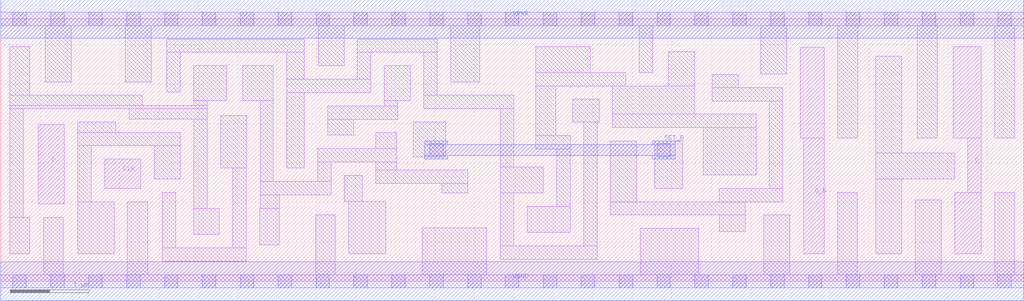
<source format=lef>
# Copyright 2020 The SkyWater PDK Authors
#
# Licensed under the Apache License, Version 2.0 (the "License");
# you may not use this file except in compliance with the License.
# You may obtain a copy of the License at
#
#     https://www.apache.org/licenses/LICENSE-2.0
#
# Unless required by applicable law or agreed to in writing, software
# distributed under the License is distributed on an "AS IS" BASIS,
# WITHOUT WARRANTIES OR CONDITIONS OF ANY KIND, either express or implied.
# See the License for the specific language governing permissions and
# limitations under the License.
#
# SPDX-License-Identifier: Apache-2.0

VERSION 5.7 ;
  NOWIREEXTENSIONATPIN ON ;
  DIVIDERCHAR "/" ;
  BUSBITCHARS "[]" ;
UNITS
  DATABASE MICRONS 200 ;
END UNITS
MACRO sky130_fd_sc_ms__dfsbp_2
  CLASS CORE ;
  FOREIGN sky130_fd_sc_ms__dfsbp_2 ;
  ORIGIN  0.000000  0.000000 ;
  SIZE  12.96000 BY  3.330000 ;
  SYMMETRY X Y ;
  SITE unit ;
  PIN D
    ANTENNAGATEAREA  0.138600 ;
    DIRECTION INPUT ;
    USE SIGNAL ;
    PORT
      LAYER li1 ;
        RECT 0.475000 0.980000 0.805000 1.990000 ;
    END
  END D
  PIN Q
    ANTENNADIFFAREA  0.509600 ;
    DIRECTION OUTPUT ;
    USE SIGNAL ;
    PORT
      LAYER li1 ;
        RECT 12.065000 1.820000 12.425000 2.980000 ;
        RECT 12.085000 0.350000 12.425000 1.130000 ;
        RECT 12.255000 1.130000 12.425000 1.820000 ;
    END
  END Q
  PIN Q_N
    ANTENNADIFFAREA  0.509600 ;
    DIRECTION OUTPUT ;
    USE SIGNAL ;
    PORT
      LAYER li1 ;
        RECT 10.130000 1.820000 10.435000 2.970000 ;
        RECT 10.175000 0.350000 10.435000 1.820000 ;
    END
  END Q_N
  PIN SET_B
    ANTENNAGATEAREA  0.277200 ;
    DIRECTION INPUT ;
    USE SIGNAL ;
    PORT
      LAYER met1 ;
        RECT 5.375000 1.550000 5.665000 1.595000 ;
        RECT 5.375000 1.595000 8.545000 1.735000 ;
        RECT 5.375000 1.735000 5.665000 1.780000 ;
        RECT 8.255000 1.550000 8.545000 1.595000 ;
        RECT 8.255000 1.735000 8.545000 1.780000 ;
    END
  END SET_B
  PIN CLK
    ANTENNAGATEAREA  0.312600 ;
    DIRECTION INPUT ;
    USE CLOCK ;
    PORT
      LAYER li1 ;
        RECT 1.315000 1.180000 1.775000 1.550000 ;
    END
  END CLK
  PIN VGND
    DIRECTION INOUT ;
    USE GROUND ;
    PORT
      LAYER met1 ;
        RECT 0.000000 -0.245000 12.960000 0.245000 ;
    END
  END VGND
  PIN VPWR
    DIRECTION INOUT ;
    USE POWER ;
    PORT
      LAYER met1 ;
        RECT 0.000000 3.085000 12.960000 3.575000 ;
    END
  END VPWR
  OBS
    LAYER li1 ;
      RECT  0.000000 -0.085000 12.960000 0.085000 ;
      RECT  0.000000  3.245000 12.960000 3.415000 ;
      RECT  0.115000  0.350000  0.365000 0.810000 ;
      RECT  0.115000  0.810000  0.285000 2.190000 ;
      RECT  0.115000  2.190000  2.615000 2.230000 ;
      RECT  0.115000  2.230000  1.795000 2.360000 ;
      RECT  0.115000  2.360000  0.365000 2.980000 ;
      RECT  0.545000  0.085000  0.795000 0.810000 ;
      RECT  0.565000  2.530000  0.895000 3.245000 ;
      RECT  0.975000  0.350000  1.435000 1.010000 ;
      RECT  0.975000  1.010000  1.145000 1.720000 ;
      RECT  0.975000  1.720000  2.275000 1.890000 ;
      RECT  0.975000  1.890000  1.455000 2.020000 ;
      RECT  1.575000  2.530000  1.905000 3.245000 ;
      RECT  1.605000  0.085000  1.865000 1.010000 ;
      RECT  1.625000  2.060000  2.615000 2.190000 ;
      RECT  1.945000  1.300000  2.275000 1.720000 ;
      RECT  2.045000  0.255000  3.110000 0.425000 ;
      RECT  2.045000  0.425000  2.215000 1.130000 ;
      RECT  2.105000  2.400000  2.275000 2.905000 ;
      RECT  2.105000  2.905000  3.845000 3.075000 ;
      RECT  2.445000  0.595000  2.770000 0.925000 ;
      RECT  2.445000  0.925000  2.615000 2.060000 ;
      RECT  2.445000  2.230000  2.615000 2.295000 ;
      RECT  2.445000  2.295000  2.865000 2.735000 ;
      RECT  2.785000  1.435000  3.115000 2.105000 ;
      RECT  2.940000  0.425000  3.110000 1.435000 ;
      RECT  3.065000  2.295000  3.455000 2.735000 ;
      RECT  3.280000  0.465000  3.530000 0.925000 ;
      RECT  3.285000  0.925000  3.530000 1.095000 ;
      RECT  3.285000  1.095000  4.185000 1.265000 ;
      RECT  3.285000  1.265000  3.455000 2.295000 ;
      RECT  3.625000  1.435000  3.845000 2.395000 ;
      RECT  3.625000  2.395000  4.690000 2.565000 ;
      RECT  3.625000  2.565000  3.845000 2.905000 ;
      RECT  3.990000  0.085000  4.240000 0.845000 ;
      RECT  4.015000  1.265000  4.185000 1.515000 ;
      RECT  4.015000  1.515000  5.015000 1.685000 ;
      RECT  4.020000  2.735000  4.350000 3.245000 ;
      RECT  4.140000  1.855000  4.470000 2.055000 ;
      RECT  4.140000  2.055000  5.030000 2.225000 ;
      RECT  4.355000  1.015000  4.580000 1.345000 ;
      RECT  4.410000  0.350000  4.880000 1.015000 ;
      RECT  4.520000  2.565000  4.690000 2.905000 ;
      RECT  4.520000  2.905000  5.530000 3.075000 ;
      RECT  4.750000  1.240000  5.915000 1.410000 ;
      RECT  4.750000  1.410000  5.015000 1.515000 ;
      RECT  4.750000  1.685000  5.015000 1.885000 ;
      RECT  4.860000  2.225000  5.030000 2.295000 ;
      RECT  4.860000  2.295000  5.190000 2.735000 ;
      RECT  5.225000  1.580000  5.635000 2.020000 ;
      RECT  5.340000  0.085000  6.160000 0.680000 ;
      RECT  5.360000  2.190000  6.500000 2.360000 ;
      RECT  5.360000  2.360000  5.530000 2.905000 ;
      RECT  5.585000  1.120000  5.915000 1.240000 ;
      RECT  5.700000  2.530000  6.070000 3.245000 ;
      RECT  6.330000  0.280000  7.555000 0.450000 ;
      RECT  6.330000  0.450000  6.500000 1.120000 ;
      RECT  6.330000  1.120000  6.875000 1.450000 ;
      RECT  6.330000  1.450000  6.500000 2.190000 ;
      RECT  6.670000  0.620000  7.215000 0.950000 ;
      RECT  6.780000  1.680000  7.215000 1.850000 ;
      RECT  6.780000  1.850000  7.030000 2.480000 ;
      RECT  6.780000  2.480000  7.920000 2.650000 ;
      RECT  6.780000  2.650000  7.470000 2.980000 ;
      RECT  7.045000  0.950000  7.215000 1.680000 ;
      RECT  7.250000  2.020000  7.580000 2.310000 ;
      RECT  7.385000  0.450000  7.555000 2.020000 ;
      RECT  7.725000  0.840000  9.435000 1.010000 ;
      RECT  7.725000  1.010000  8.055000 1.780000 ;
      RECT  7.750000  1.950000  9.570000 2.120000 ;
      RECT  7.750000  2.120000  8.790000 2.480000 ;
      RECT  8.090000  2.650000  8.260000 3.245000 ;
      RECT  8.100000  0.085000  8.845000 0.670000 ;
      RECT  8.285000  1.180000  8.640000 1.780000 ;
      RECT  8.460000  2.480000  8.790000 2.915000 ;
      RECT  8.900000  1.350000  9.570000 1.950000 ;
      RECT  9.015000  2.290000  9.910000 2.460000 ;
      RECT  9.015000  2.460000  9.345000 2.620000 ;
      RECT  9.105000  0.635000  9.435000 0.840000 ;
      RECT  9.105000  1.010000  9.910000 1.180000 ;
      RECT  9.630000  2.630000  9.960000 3.245000 ;
      RECT  9.665000  0.085000  9.995000 0.840000 ;
      RECT  9.740000  1.180000  9.910000 2.290000 ;
      RECT 10.605000  0.085000 10.855000 1.130000 ;
      RECT 10.605000  1.820000 10.860000 3.245000 ;
      RECT 11.085000  0.350000 11.415000 1.300000 ;
      RECT 11.085000  1.300000 12.085000 1.630000 ;
      RECT 11.085000  1.630000 11.415000 2.860000 ;
      RECT 11.585000  0.085000 11.915000 1.030000 ;
      RECT 11.615000  1.820000 11.865000 3.245000 ;
      RECT 12.595000  0.085000 12.845000 1.130000 ;
      RECT 12.595000  1.820000 12.845000 3.245000 ;
    LAYER mcon ;
      RECT  0.155000 -0.085000  0.325000 0.085000 ;
      RECT  0.155000  3.245000  0.325000 3.415000 ;
      RECT  0.635000 -0.085000  0.805000 0.085000 ;
      RECT  0.635000  3.245000  0.805000 3.415000 ;
      RECT  1.115000 -0.085000  1.285000 0.085000 ;
      RECT  1.115000  3.245000  1.285000 3.415000 ;
      RECT  1.595000 -0.085000  1.765000 0.085000 ;
      RECT  1.595000  3.245000  1.765000 3.415000 ;
      RECT  2.075000 -0.085000  2.245000 0.085000 ;
      RECT  2.075000  3.245000  2.245000 3.415000 ;
      RECT  2.555000 -0.085000  2.725000 0.085000 ;
      RECT  2.555000  3.245000  2.725000 3.415000 ;
      RECT  3.035000 -0.085000  3.205000 0.085000 ;
      RECT  3.035000  3.245000  3.205000 3.415000 ;
      RECT  3.515000 -0.085000  3.685000 0.085000 ;
      RECT  3.515000  3.245000  3.685000 3.415000 ;
      RECT  3.995000 -0.085000  4.165000 0.085000 ;
      RECT  3.995000  3.245000  4.165000 3.415000 ;
      RECT  4.475000 -0.085000  4.645000 0.085000 ;
      RECT  4.475000  3.245000  4.645000 3.415000 ;
      RECT  4.955000 -0.085000  5.125000 0.085000 ;
      RECT  4.955000  3.245000  5.125000 3.415000 ;
      RECT  5.435000 -0.085000  5.605000 0.085000 ;
      RECT  5.435000  1.580000  5.605000 1.750000 ;
      RECT  5.435000  3.245000  5.605000 3.415000 ;
      RECT  5.915000 -0.085000  6.085000 0.085000 ;
      RECT  5.915000  3.245000  6.085000 3.415000 ;
      RECT  6.395000 -0.085000  6.565000 0.085000 ;
      RECT  6.395000  3.245000  6.565000 3.415000 ;
      RECT  6.875000 -0.085000  7.045000 0.085000 ;
      RECT  6.875000  3.245000  7.045000 3.415000 ;
      RECT  7.355000 -0.085000  7.525000 0.085000 ;
      RECT  7.355000  3.245000  7.525000 3.415000 ;
      RECT  7.835000 -0.085000  8.005000 0.085000 ;
      RECT  7.835000  3.245000  8.005000 3.415000 ;
      RECT  8.315000 -0.085000  8.485000 0.085000 ;
      RECT  8.315000  1.580000  8.485000 1.750000 ;
      RECT  8.315000  3.245000  8.485000 3.415000 ;
      RECT  8.795000 -0.085000  8.965000 0.085000 ;
      RECT  8.795000  3.245000  8.965000 3.415000 ;
      RECT  9.275000 -0.085000  9.445000 0.085000 ;
      RECT  9.275000  3.245000  9.445000 3.415000 ;
      RECT  9.755000 -0.085000  9.925000 0.085000 ;
      RECT  9.755000  3.245000  9.925000 3.415000 ;
      RECT 10.235000 -0.085000 10.405000 0.085000 ;
      RECT 10.235000  3.245000 10.405000 3.415000 ;
      RECT 10.715000 -0.085000 10.885000 0.085000 ;
      RECT 10.715000  3.245000 10.885000 3.415000 ;
      RECT 11.195000 -0.085000 11.365000 0.085000 ;
      RECT 11.195000  3.245000 11.365000 3.415000 ;
      RECT 11.675000 -0.085000 11.845000 0.085000 ;
      RECT 11.675000  3.245000 11.845000 3.415000 ;
      RECT 12.155000 -0.085000 12.325000 0.085000 ;
      RECT 12.155000  3.245000 12.325000 3.415000 ;
      RECT 12.635000 -0.085000 12.805000 0.085000 ;
      RECT 12.635000  3.245000 12.805000 3.415000 ;
  END
END sky130_fd_sc_ms__dfsbp_2
END LIBRARY

</source>
